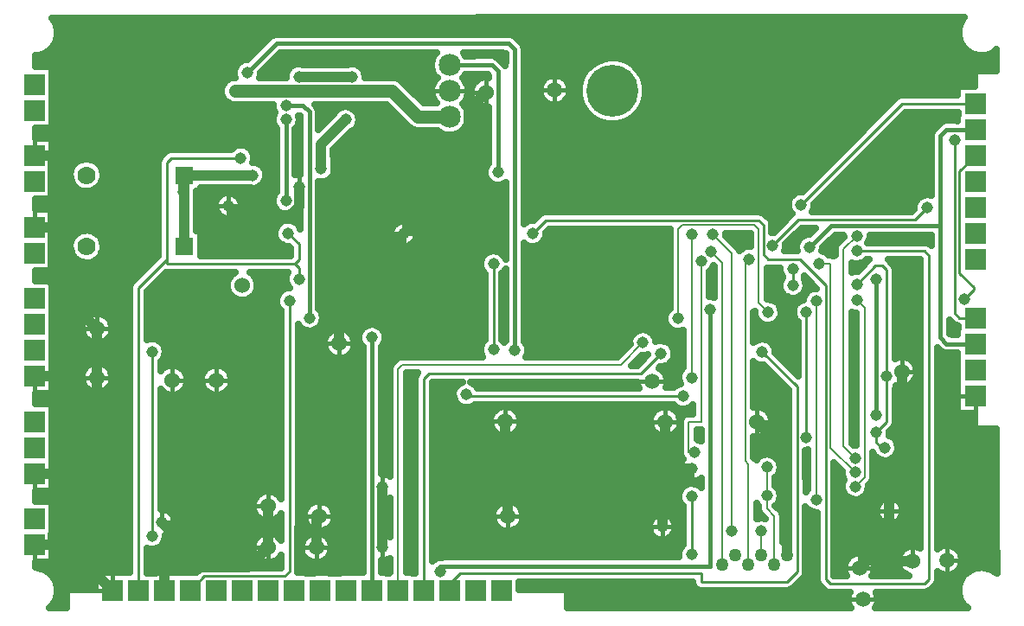
<source format=gbr>
G04 DipTrace 1.50*
%INBottom.gbr*%
%MOIN*%
%ADD10C,0.01*%
%ADD11C,0.005*%
%ADD12C,0.003*%
%ADD13C,0.008*%
%ADD14C,0.016*%
%ADD15C,0.039*%
%ADD16C,0.02*%
%ADD17C,0.032*%
%ADD18C,0.0098*%
%ADD19C,0.05*%
%ADD20C,0.06*%
%ADD21C,0.025*%
%ADD22C,0.015*%
%ADD23R,0.045X0.05*%
%ADD24R,0.05X0.045*%
%ADD25R,0.045X0.06*%
%ADD26R,0.06X0.045*%
%ADD27C,0.07*%
%ADD28R,0.07X0.07*%
%ADD29R,0.08X0.08*%
%ADD30C,0.0591*%
%ADD31R,0.032X0.032*%
%ADD32C,0.085*%
%ADD33C,0.2*%
%ADD34R,0.0335X0.0197*%
%ADD35R,0.11X0.085*%
%ADD36R,0.05X0.025*%
%ADD37R,0.06X0.025*%
%ADD38R,0.084X0.03*%
%ADD39R,0.0689X0.0197*%
%ADD40R,0.0787X0.0197*%
%ADD41R,0.0197X0.0689*%
%ADD42R,0.0197X0.0787*%
%ADD43C,0.045*%
%ADD44C,0.115*%
%ADD45C,0.035*%
%ADD46C,0.0354*%
%ADD47C,0.055*%
%ADD48R,0.0297X0.0887*%
%ADD49R,0.0097X0.0687*%
%ADD50R,0.0297X0.0789*%
%ADD51R,0.0097X0.0589*%
%ADD52R,0.0887X0.0297*%
%ADD53R,0.0687X0.0097*%
%ADD54R,0.0789X0.0297*%
%ADD55R,0.0589X0.0097*%
%ADD56R,0.094X0.04*%
%ADD57R,0.074X0.02*%
%ADD58R,0.07X0.035*%
%ADD59R,0.05X0.015*%
%ADD60R,0.06X0.035*%
%ADD61R,0.04X0.015*%
%ADD62R,0.12X0.095*%
%ADD63R,0.1X0.075*%
%ADD64R,0.0435X0.0297*%
%ADD65R,0.0235X0.0097*%
%ADD66C,0.21*%
%ADD67C,0.19*%
%ADD68C,0.095*%
%ADD69C,0.075*%
%ADD70R,0.042X0.042*%
%ADD71R,0.022X0.022*%
%ADD72C,0.07*%
%ADD73C,0.0691*%
%ADD74C,0.0491*%
%ADD75C,0.04*%
%ADD76R,0.09X0.09*%
%ADD77R,0.06X0.06*%
%ADD78C,0.08*%
%ADD79C,0.06*%
%ADD80R,0.07X0.055*%
%ADD81R,0.05X0.035*%
%ADD82R,0.055X0.07*%
%ADD83R,0.035X0.05*%
%ADD84R,0.06X0.055*%
%ADD85R,0.04X0.035*%
%ADD86R,0.055X0.06*%
%ADD87R,0.035X0.04*%
%ADD88C,0.0087*%
%FSLAX44Y44*%
%SFA1B1*%
%OFA0B0*%
G04*
G70*
G90*
G75*
G01*
%LNBottom*%
%LPD*%
X36621Y9540D2*
D13*
X35661Y10500D1*
Y17600D1*
X35221D1*
X33221Y9740D2*
Y8640D1*
X30421Y10320D2*
D3*
X33221Y8640D2*
Y8140D1*
X33501Y7860D1*
Y6000D1*
X30420Y10320D2*
X30201D1*
Y11490D1*
X30681D1*
Y17680D1*
X9520Y7080D2*
D10*
Y14200D1*
X40461Y22361D2*
Y15680D1*
X40641Y15500D1*
X41251D1*
Y23751D2*
X38431D1*
X34541Y19860D1*
X41251Y14500D2*
D14*
X40141D1*
X39901Y14740D1*
Y19060D1*
X35701D1*
X34861Y18220D1*
X39901Y14740D2*
Y22511D1*
X40141Y22751D1*
X41251D1*
X40821Y16220D2*
D10*
X41181Y16580D1*
Y16680D1*
X40641Y17220D1*
Y21140D1*
X41251Y21750D1*
X33441Y18300D2*
X34421Y19280D1*
X38941D1*
X39401Y19740D1*
X35121Y8500D2*
D13*
Y16140D1*
X18000Y14740D2*
D14*
Y5000D1*
X28441Y14540D2*
D13*
X27591Y13690D1*
X19170D1*
X19000Y13520D1*
Y5000D1*
X29141Y14120D2*
D10*
X28361Y13340D1*
X20180D1*
X20000Y13160D1*
Y5000D1*
X33041Y14180D2*
X34381Y12840D1*
Y5720D1*
X33981Y5320D1*
X30691D1*
Y5660D1*
X21380D1*
X20720Y5000D1*
X21000D1*
X36621Y9000D2*
D13*
X36981Y9360D1*
Y15880D1*
X36681Y16180D1*
X31041Y15820D2*
D14*
Y5920D1*
X20640D1*
Y5720D1*
X9880Y7620D2*
D15*
X10480Y7020D1*
Y6040D1*
X10640Y5880D1*
X13230D1*
X13990Y6640D1*
X36781Y5860D2*
X37521Y6600D1*
X37781D1*
X38261Y6120D1*
X38841D1*
X5000Y6750D2*
X5680D1*
Y7140D1*
X5860Y7320D1*
Y9500D1*
X6020Y9660D1*
Y13250D1*
X5000D1*
X6020Y9660D2*
Y12180D1*
X7400D1*
Y13200D1*
X29301Y11500D2*
Y10160D1*
X29781Y9680D1*
X30321D1*
X12960Y19320D2*
X14720D1*
X15200Y19800D1*
Y20520D1*
X37941Y8060D2*
Y8580D1*
X22401Y24201D2*
X21720Y23521D1*
Y21240D1*
X19220Y18740D1*
X5860Y9500D2*
X5000D1*
X18400Y6640D2*
Y8980D1*
X15850Y6640D2*
Y7740D1*
X15970Y7860D1*
X23141Y11520D2*
Y10040D1*
X23241Y9940D1*
Y7860D1*
X38421Y13420D2*
Y9060D1*
X37941Y8580D1*
X34001Y6350D2*
Y10320D1*
X32821Y11500D1*
X10000Y5000D2*
Y6040D1*
X10480D1*
X8000Y5000D2*
X6250Y6750D1*
X5680D1*
X7400Y15100D2*
X5680Y16820D1*
Y19000D1*
X5000D1*
X13990Y6640D2*
Y8240D1*
X5000Y21750D2*
X5680D1*
Y16820D1*
X7400Y13200D2*
Y15100D1*
X30321Y9680D2*
X29181Y8540D1*
Y7440D1*
X15180Y20540D2*
X15200Y20520D1*
X14720Y19320D2*
X12960D1*
X12460Y19820D1*
X12960Y19320D1*
X37941Y8060D2*
Y6760D1*
X37781Y6600D1*
X37941Y8580D2*
Y8060D1*
X19220Y18740D2*
X16740Y16260D1*
Y14520D1*
X15970Y7860D2*
D3*
X37441Y16980D2*
D14*
Y11740D1*
X31061Y18060D2*
D13*
X31501Y17620D1*
Y6000D1*
X31861Y17980D2*
Y7280D1*
X33001D2*
Y6350D1*
X31861Y7280D2*
Y17980D1*
X31121Y18720D1*
X31861Y17980D1*
X30321Y18720D2*
Y13200D1*
X29801Y15480D2*
Y18920D1*
X29961Y19080D1*
X32741D1*
X32901Y18920D1*
Y16080D1*
X33261Y15720D1*
X24200Y18760D2*
D10*
X24700Y19260D1*
X32901D1*
X33081Y19080D1*
Y17940D1*
X33261Y17760D1*
X34481D1*
X35481Y16760D1*
Y5420D1*
X35661Y5240D1*
X39281D1*
X39461Y5420D1*
Y17900D1*
X39281Y18080D1*
X36681D1*
X22680Y14280D2*
D18*
Y17580D1*
X17220Y24801D2*
D15*
X15200D1*
X22861Y21120D2*
D14*
Y25011D1*
X22621Y25251D1*
X21000D1*
X14680Y23141D2*
Y20020D1*
X23501Y14240D2*
Y25841D1*
X23261Y26081D1*
X14320D1*
X13200Y24961D1*
X15580Y15500D2*
Y23441D1*
X15340Y23681D1*
X14680D1*
X12720Y24241D2*
D19*
X18770D1*
X19760Y23251D1*
X21000D1*
X36621Y10080D2*
D13*
X36161Y10540D1*
Y18140D1*
X36681Y18660D1*
X21640Y12540D2*
D10*
Y12480D1*
X30001D1*
X14820Y16160D2*
Y5720D1*
X14640Y5540D1*
X11540D1*
X11000Y5000D1*
X32501Y9860D2*
D13*
X32381Y9980D1*
Y17600D1*
X32541Y17760D1*
X32381Y9980D2*
X32501Y9860D1*
Y6000D1*
Y9860D1*
X34741Y10900D2*
D10*
Y15720D1*
X12940Y21660D2*
X10260D1*
X10080Y21480D1*
Y17580D1*
X15020D1*
X15180Y17420D1*
Y17000D1*
X9000Y5000D2*
Y16660D1*
X10080Y17740D1*
Y17580D1*
X30321Y8620D2*
Y6380D1*
X34221Y16760D2*
Y17400D1*
X14760Y18760D2*
X15180Y18340D1*
Y17740D1*
X15020Y17580D1*
X37841Y13240D2*
Y17340D1*
X37661Y17520D1*
X37401D1*
X36681Y16800D1*
X37441Y11080D2*
X37841Y11480D1*
Y13240D1*
X37761Y10500D2*
X37631D1*
X37411Y10720D1*
Y11050D1*
X37441Y11080D1*
X10720Y20340D2*
D15*
Y20968D1*
X10752Y21000D1*
X10750D2*
Y18250D1*
X16980Y23141D2*
X16040Y22200D1*
Y21240D1*
X10750Y21000D2*
X13400D1*
X10752D2*
X10750D1*
D43*
X22680Y14280D3*
Y17580D3*
X37941Y8060D3*
X30321Y9680D3*
X18400Y6640D3*
Y8980D3*
X12460Y19820D3*
X29181Y7440D3*
X15180Y20540D3*
X19220Y18740D3*
X37441Y16980D3*
Y11740D3*
X31061Y18060D3*
X31121Y18720D3*
X31861Y7280D3*
X33001D3*
X30321Y18720D3*
Y13200D3*
X29801Y15480D3*
X33261Y15720D3*
X24200Y18760D3*
X36681Y18080D3*
X17220Y24801D3*
X15200D3*
X22861Y21120D3*
X14680Y23141D3*
Y20020D3*
X23501Y14240D3*
X13200Y24961D3*
X15580Y15500D3*
X14680Y23681D3*
X12720Y24241D3*
X36621Y10080D3*
X36681Y18660D3*
X21640Y12540D3*
X30001Y12480D3*
X14820Y16160D3*
X32541Y17760D3*
X34741Y10900D3*
Y15720D3*
X12940Y21660D3*
X36681Y16800D3*
X34221Y16760D3*
X37841Y13240D3*
X30321Y8620D3*
X14760Y18760D3*
X15180Y17000D3*
X37761Y10500D3*
X30321Y6380D3*
X34221Y17400D3*
X37441Y11080D3*
X10720Y20340D3*
X16980Y23141D3*
X13400Y21000D3*
X16040Y21240D3*
X36621Y9540D3*
X35221Y17600D3*
X30420Y10320D3*
X30681Y17680D3*
X33221Y9740D3*
Y8640D3*
X9520Y7080D3*
Y14200D3*
X34541Y19860D3*
X40461Y22361D3*
X34861Y18220D3*
X40821Y16220D3*
X33441Y18300D3*
X39401Y19740D3*
X35121Y8500D3*
Y16140D3*
X18000Y14740D3*
X28440Y14540D3*
X29140Y14120D3*
X33040Y14180D3*
X36621Y9000D3*
X36681Y16180D3*
X31041Y15820D3*
X20640Y5720D3*
X9880Y7620D3*
X5836Y26826D2*
D21*
X40661D1*
X5895Y26578D2*
X40603D1*
X5883Y26329D2*
X14040D1*
X23539D2*
X40618D1*
X5793Y26080D2*
X13794D1*
X23786D2*
X40708D1*
X5590Y25832D2*
X13544D1*
X23879D2*
X40911D1*
X5051Y25583D2*
X13294D1*
X14348D2*
X20361D1*
X22770D2*
X23122D1*
X23879D2*
X42052D1*
X5051Y25334D2*
X12845D1*
X14102D2*
X20279D1*
X23879D2*
X26564D1*
X27957D2*
X42052D1*
X5700Y25085D2*
X12693D1*
X13852D2*
X14763D1*
X17657D2*
X20294D1*
X23879D2*
X26271D1*
X28246D2*
X42052D1*
X5700Y24837D2*
X12693D1*
X13711D2*
X14677D1*
X17743D2*
X20411D1*
X21590D2*
X22482D1*
X23879D2*
X24892D1*
X25188D2*
X26103D1*
X28418D2*
X41200D1*
X5700Y24588D2*
X12302D1*
X19192D2*
X20361D1*
X21637D2*
X21950D1*
X23879D2*
X24536D1*
X25543D2*
X26005D1*
X28516D2*
X41200D1*
X5700Y24339D2*
X12181D1*
X19438D2*
X20282D1*
X21719D2*
X21818D1*
X23879D2*
X24446D1*
X25633D2*
X25962D1*
X28555D2*
X40552D1*
X5700Y24091D2*
X12193D1*
X19688D2*
X20294D1*
X21707D2*
X21810D1*
X23879D2*
X24478D1*
X25602D2*
X25970D1*
X28551D2*
X40552D1*
X5700Y23842D2*
X12353D1*
X19938D2*
X20407D1*
X21594D2*
X21927D1*
X23879D2*
X24650D1*
X25430D2*
X26029D1*
X28493D2*
X38036D1*
X5700Y23593D2*
X14161D1*
X15926D2*
X16743D1*
X17215D2*
X18650D1*
X21633D2*
X22482D1*
X23879D2*
X26142D1*
X28379D2*
X37790D1*
X5700Y23345D2*
X14200D1*
X15961D2*
X16493D1*
X17461D2*
X18900D1*
X21719D2*
X22482D1*
X23879D2*
X26337D1*
X28184D2*
X37540D1*
X38508D2*
X40552D1*
X5700Y23096D2*
X14157D1*
X15961D2*
X16247D1*
X17504D2*
X19150D1*
X21707D2*
X22482D1*
X23879D2*
X26693D1*
X27829D2*
X37290D1*
X38262D2*
X40036D1*
X5700Y22847D2*
X14251D1*
X15110D2*
X15199D1*
X17411D2*
X19400D1*
X21598D2*
X22482D1*
X23879D2*
X37044D1*
X38012D2*
X39712D1*
X5051Y22599D2*
X14302D1*
X15059D2*
X15200D1*
X17129D2*
X20720D1*
X21282D2*
X22482D1*
X23879D2*
X36794D1*
X37762D2*
X39532D1*
X5700Y22350D2*
X14302D1*
X15059D2*
X15200D1*
X16879D2*
X22482D1*
X23879D2*
X36544D1*
X37516D2*
X39521D1*
X5700Y22101D2*
X12681D1*
X13200D2*
X14302D1*
X15059D2*
X15200D1*
X16629D2*
X22482D1*
X23879D2*
X36298D1*
X37266D2*
X39521D1*
X5700Y21853D2*
X9966D1*
X13426D2*
X14302D1*
X15059D2*
X15200D1*
X16536D2*
X22482D1*
X23879D2*
X36048D1*
X37016D2*
X39521D1*
X5700Y21604D2*
X6814D1*
X7184D2*
X9755D1*
X13461D2*
X14302D1*
X15059D2*
X15200D1*
X16536D2*
X22482D1*
X23879D2*
X35798D1*
X36770D2*
X39521D1*
X5700Y21355D2*
X6462D1*
X7539D2*
X9732D1*
X13778D2*
X14302D1*
X15059D2*
X15200D1*
X16551D2*
X22396D1*
X23879D2*
X35552D1*
X36520D2*
X39521D1*
X5700Y21106D2*
X6361D1*
X7641D2*
X9732D1*
X13914D2*
X14302D1*
X15059D2*
X15200D1*
X16547D2*
X22337D1*
X23879D2*
X35302D1*
X36270D2*
X39521D1*
X5700Y20858D2*
X6368D1*
X7633D2*
X9732D1*
X13903D2*
X14302D1*
X16387D2*
X22411D1*
X23879D2*
X35052D1*
X36024D2*
X39521D1*
X5700Y20609D2*
X6486D1*
X7512D2*
X9732D1*
X13735D2*
X14302D1*
X15961D2*
X23122D1*
X23879D2*
X34806D1*
X35774D2*
X39521D1*
X5700Y20360D2*
X9732D1*
X11246D2*
X14290D1*
X15961D2*
X23122D1*
X23879D2*
X34556D1*
X35524D2*
X39521D1*
X5700Y20112D2*
X9732D1*
X11246D2*
X12029D1*
X12891D2*
X14165D1*
X15961D2*
X23122D1*
X23879D2*
X34083D1*
X35278D2*
X39040D1*
X5051Y19863D2*
X9732D1*
X11246D2*
X11939D1*
X12985D2*
X14181D1*
X15961D2*
X23122D1*
X23879D2*
X34017D1*
X35067D2*
X38892D1*
X5700Y19614D2*
X9732D1*
X11246D2*
X11982D1*
X12942D2*
X14364D1*
X14996D2*
X15200D1*
X15961D2*
X23122D1*
X23879D2*
X34079D1*
X35000D2*
X38790D1*
X5700Y19366D2*
X9732D1*
X11246D2*
X12228D1*
X12692D2*
X15200D1*
X15961D2*
X23122D1*
X23879D2*
X24321D1*
X33282D2*
X34021D1*
X5700Y19117D2*
X9732D1*
X11246D2*
X14384D1*
X15961D2*
X18868D1*
X19575D2*
X23122D1*
X33430D2*
X33775D1*
X5700Y18868D2*
X6884D1*
X7114D2*
X9732D1*
X11403D2*
X14247D1*
X15961D2*
X18712D1*
X19727D2*
X23122D1*
X24793D2*
X29462D1*
X33430D2*
X33526D1*
X34493D2*
X34982D1*
X5700Y18620D2*
X6470D1*
X7528D2*
X9732D1*
X11403D2*
X14255D1*
X15961D2*
X18712D1*
X19731D2*
X23122D1*
X24704D2*
X29462D1*
X31692D2*
X32560D1*
X34243D2*
X34536D1*
X35786D2*
X36157D1*
X37204D2*
X39521D1*
X5700Y18371D2*
X6361D1*
X7637D2*
X9732D1*
X11403D2*
X14423D1*
X15961D2*
X18861D1*
X19582D2*
X23122D1*
X24539D2*
X29462D1*
X31942D2*
X32560D1*
X33996D2*
X34361D1*
X35539D2*
X35923D1*
X5700Y18122D2*
X6364D1*
X7637D2*
X9732D1*
X11403D2*
X14829D1*
X15961D2*
X23122D1*
X23879D2*
X29462D1*
X33934D2*
X34345D1*
X35375D2*
X35821D1*
X5700Y17874D2*
X6478D1*
X7524D2*
X9728D1*
X15961D2*
X22251D1*
X23879D2*
X29462D1*
X5700Y17625D2*
X9482D1*
X15961D2*
X22157D1*
X23879D2*
X29462D1*
X36911D2*
X37023D1*
X38039D2*
X39111D1*
X5700Y17376D2*
X9232D1*
X15961D2*
X22200D1*
X23879D2*
X29462D1*
X33243D2*
X33696D1*
X36500D2*
X36771D1*
X38188D2*
X39111D1*
X5051Y17127D2*
X8982D1*
X9954D2*
X12540D1*
X13457D2*
X14673D1*
X15961D2*
X22329D1*
X23028D2*
X23123D1*
X23879D2*
X29462D1*
X31020D2*
X31159D1*
X33243D2*
X33779D1*
X38192D2*
X39111D1*
X5700Y16879D2*
X8736D1*
X9704D2*
X12415D1*
X13586D2*
X14669D1*
X15961D2*
X22329D1*
X23028D2*
X23123D1*
X23879D2*
X29462D1*
X31020D2*
X31159D1*
X33243D2*
X33712D1*
X34731D2*
X34875D1*
X38192D2*
X39111D1*
X5700Y16630D2*
X8650D1*
X9454D2*
X12411D1*
X13586D2*
X14626D1*
X15961D2*
X22329D1*
X23028D2*
X23123D1*
X23879D2*
X29462D1*
X31020D2*
X31159D1*
X33243D2*
X33712D1*
X34727D2*
X34997D1*
X38192D2*
X39111D1*
X5700Y16381D2*
X8650D1*
X9352D2*
X12532D1*
X13465D2*
X14349D1*
X15961D2*
X22329D1*
X23028D2*
X23123D1*
X23879D2*
X29462D1*
X31020D2*
X31159D1*
X33243D2*
X33868D1*
X34571D2*
X34658D1*
X38192D2*
X39111D1*
X5700Y16133D2*
X8650D1*
X9352D2*
X14298D1*
X15961D2*
X22329D1*
X23028D2*
X23123D1*
X23879D2*
X29462D1*
X33567D2*
X34435D1*
X38192D2*
X39111D1*
X5700Y15884D2*
X8650D1*
X9352D2*
X14380D1*
X15961D2*
X22329D1*
X23028D2*
X23123D1*
X23879D2*
X29462D1*
X33758D2*
X34243D1*
X38192D2*
X39111D1*
X5700Y15635D2*
X7165D1*
X7633D2*
X8650D1*
X9352D2*
X14470D1*
X16086D2*
X22329D1*
X23028D2*
X23123D1*
X23879D2*
X29302D1*
X33778D2*
X34224D1*
X36500D2*
X36643D1*
X38192D2*
X39111D1*
X5700Y15387D2*
X6876D1*
X7922D2*
X8650D1*
X9352D2*
X14470D1*
X16090D2*
X22329D1*
X23028D2*
X23123D1*
X23879D2*
X29286D1*
X32719D2*
X32864D1*
X33657D2*
X34345D1*
X36500D2*
X36643D1*
X38192D2*
X39111D1*
X5700Y15138D2*
X6802D1*
X8000D2*
X8650D1*
X9352D2*
X14470D1*
X15950D2*
X17673D1*
X18329D2*
X22329D1*
X23028D2*
X23123D1*
X23879D2*
X29411D1*
X32719D2*
X34392D1*
X36500D2*
X36643D1*
X38192D2*
X39111D1*
X40282D2*
X40552D1*
X5700Y14889D2*
X6841D1*
X7961D2*
X8650D1*
X9352D2*
X14470D1*
X15168D2*
X16275D1*
X17207D2*
X17497D1*
X18504D2*
X22329D1*
X23028D2*
X23123D1*
X23879D2*
X28056D1*
X28821D2*
X29982D1*
X32719D2*
X34392D1*
X36500D2*
X36643D1*
X38192D2*
X39111D1*
X40282D2*
X40552D1*
X5700Y14641D2*
X7029D1*
X7770D2*
X8650D1*
X9782D2*
X14470D1*
X15168D2*
X16154D1*
X17329D2*
X17486D1*
X18516D2*
X22310D1*
X23879D2*
X27927D1*
X28954D2*
X29982D1*
X32719D2*
X32821D1*
X33258D2*
X34392D1*
X36500D2*
X36643D1*
X38192D2*
X39111D1*
X5700Y14392D2*
X8650D1*
X10008D2*
X14470D1*
X15168D2*
X16154D1*
X17325D2*
X17618D1*
X18383D2*
X22169D1*
X24000D2*
X27821D1*
X29586D2*
X29982D1*
X33516D2*
X34392D1*
X36500D2*
X36643D1*
X38192D2*
X39111D1*
X5700Y14143D2*
X8650D1*
X10043D2*
X14470D1*
X15168D2*
X16282D1*
X17200D2*
X17622D1*
X18379D2*
X22173D1*
X24016D2*
X27571D1*
X29664D2*
X29982D1*
X33563D2*
X34392D1*
X36500D2*
X36643D1*
X38192D2*
X39111D1*
X39809D2*
X40552D1*
X5700Y13895D2*
X8650D1*
X9942D2*
X14470D1*
X15168D2*
X17622D1*
X18379D2*
X18904D1*
X28266D2*
X28431D1*
X29610D2*
X29982D1*
X33813D2*
X34392D1*
X36500D2*
X36643D1*
X38770D2*
X39111D1*
X39809D2*
X40552D1*
X5700Y13646D2*
X7013D1*
X7789D2*
X8650D1*
X9871D2*
X10095D1*
X10504D2*
X11794D1*
X12204D2*
X14470D1*
X15168D2*
X17622D1*
X18379D2*
X18685D1*
X29325D2*
X29982D1*
X32719D2*
X33091D1*
X34059D2*
X34392D1*
X36500D2*
X36643D1*
X38973D2*
X39111D1*
X39809D2*
X40552D1*
X5700Y13397D2*
X6833D1*
X7965D2*
X8650D1*
X10817D2*
X11482D1*
X12516D2*
X14470D1*
X15168D2*
X17622D1*
X18379D2*
X18661D1*
X29270D2*
X29837D1*
X32719D2*
X33341D1*
X34309D2*
X34391D1*
X36500D2*
X36643D1*
X39020D2*
X39114D1*
X39809D2*
X40552D1*
X5700Y13148D2*
X6802D1*
X7996D2*
X8650D1*
X10899D2*
X11404D1*
X12598D2*
X14470D1*
X15168D2*
X17622D1*
X18379D2*
X18661D1*
X19340D2*
X19650D1*
X29383D2*
X29798D1*
X32719D2*
X33587D1*
X36500D2*
X36643D1*
X38954D2*
X39111D1*
X39809D2*
X40552D1*
X5700Y12900D2*
X6884D1*
X7914D2*
X8650D1*
X10864D2*
X11435D1*
X12563D2*
X14470D1*
X15168D2*
X17622D1*
X18379D2*
X18661D1*
X19340D2*
X19650D1*
X20352D2*
X21267D1*
X22012D2*
X28224D1*
X29379D2*
X29704D1*
X32719D2*
X33837D1*
X36500D2*
X36643D1*
X38688D2*
X39111D1*
X39809D2*
X40552D1*
X5700Y12651D2*
X7204D1*
X7594D2*
X8650D1*
X10684D2*
X11614D1*
X12383D2*
X14470D1*
X15168D2*
X17622D1*
X18379D2*
X18661D1*
X19340D2*
X19650D1*
X20352D2*
X21126D1*
X32719D2*
X34032D1*
X36500D2*
X36643D1*
X38192D2*
X39111D1*
X39809D2*
X40552D1*
X5051Y12402D2*
X8650D1*
X9871D2*
X14470D1*
X15168D2*
X17622D1*
X18379D2*
X18661D1*
X19340D2*
X19650D1*
X20352D2*
X21134D1*
X32719D2*
X34032D1*
X36500D2*
X36643D1*
X38192D2*
X39111D1*
X39809D2*
X40552D1*
X5700Y12154D2*
X8650D1*
X9871D2*
X14470D1*
X15168D2*
X17622D1*
X18379D2*
X18661D1*
X19340D2*
X19650D1*
X20352D2*
X21298D1*
X21981D2*
X29599D1*
X32719D2*
X34032D1*
X36500D2*
X36643D1*
X38192D2*
X39111D1*
X39809D2*
X40552D1*
X5700Y11905D2*
X8650D1*
X9871D2*
X14470D1*
X15168D2*
X17622D1*
X18379D2*
X18661D1*
X19340D2*
X19650D1*
X20352D2*
X22689D1*
X23590D2*
X28868D1*
X29735D2*
X30341D1*
X33254D2*
X34032D1*
X36500D2*
X36643D1*
X38192D2*
X39111D1*
X39809D2*
X40552D1*
X5700Y11656D2*
X8650D1*
X9871D2*
X14470D1*
X15168D2*
X17622D1*
X18379D2*
X18661D1*
X19340D2*
X19650D1*
X20352D2*
X22556D1*
X23723D2*
X28720D1*
X33399D2*
X34032D1*
X36500D2*
X36643D1*
X38192D2*
X39111D1*
X39809D2*
X41200D1*
X5700Y11408D2*
X8650D1*
X9871D2*
X14470D1*
X15168D2*
X17622D1*
X18379D2*
X18661D1*
X19340D2*
X19650D1*
X20352D2*
X22552D1*
X23727D2*
X28708D1*
X33411D2*
X34032D1*
X36500D2*
X36643D1*
X38184D2*
X39111D1*
X39809D2*
X41200D1*
X5700Y11159D2*
X8650D1*
X9871D2*
X14470D1*
X15168D2*
X17622D1*
X18379D2*
X18661D1*
X19340D2*
X19650D1*
X20352D2*
X22669D1*
X23614D2*
X28814D1*
X30539D2*
X30661D1*
X33309D2*
X34032D1*
X36500D2*
X36643D1*
X38004D2*
X39111D1*
X39809D2*
X42052D1*
X5700Y10910D2*
X8650D1*
X9871D2*
X14470D1*
X15168D2*
X17622D1*
X18379D2*
X18661D1*
X19340D2*
X19650D1*
X20352D2*
X29861D1*
X30539D2*
X30661D1*
X32719D2*
X34032D1*
X36500D2*
X36643D1*
X38071D2*
X39111D1*
X39809D2*
X42052D1*
X5700Y10662D2*
X8650D1*
X9871D2*
X14470D1*
X15168D2*
X17622D1*
X18379D2*
X18661D1*
X19340D2*
X19650D1*
X20352D2*
X29861D1*
X32719D2*
X34032D1*
X36508D2*
X36638D1*
X38258D2*
X39111D1*
X39809D2*
X42052D1*
X5700Y10413D2*
X8650D1*
X9871D2*
X14470D1*
X15168D2*
X17622D1*
X18379D2*
X18661D1*
X19340D2*
X19650D1*
X20352D2*
X29861D1*
X32719D2*
X34032D1*
X38278D2*
X39111D1*
X39809D2*
X42052D1*
X5700Y10164D2*
X8650D1*
X9871D2*
X14470D1*
X15168D2*
X17622D1*
X18379D2*
X18661D1*
X19340D2*
X19650D1*
X20352D2*
X29904D1*
X32719D2*
X32931D1*
X33512D2*
X34032D1*
X38157D2*
X39111D1*
X39809D2*
X42052D1*
X5700Y9916D2*
X8650D1*
X9871D2*
X14470D1*
X15168D2*
X17622D1*
X18379D2*
X18661D1*
X19340D2*
X19650D1*
X20352D2*
X29857D1*
X33715D2*
X34032D1*
X37321D2*
X39111D1*
X39809D2*
X42052D1*
X5700Y9667D2*
X8650D1*
X9871D2*
X14470D1*
X15168D2*
X17622D1*
X18379D2*
X18661D1*
X19340D2*
X19650D1*
X20352D2*
X29794D1*
X33739D2*
X34032D1*
X35832D2*
X36025D1*
X37321D2*
X39111D1*
X39809D2*
X42052D1*
X5700Y9418D2*
X8650D1*
X9871D2*
X14470D1*
X15168D2*
X17622D1*
X19340D2*
X19650D1*
X20352D2*
X29868D1*
X33629D2*
X34032D1*
X35832D2*
X36111D1*
X37321D2*
X39111D1*
X39809D2*
X42052D1*
X5700Y9169D2*
X8650D1*
X9871D2*
X14470D1*
X15168D2*
X17622D1*
X19340D2*
X19650D1*
X20352D2*
X30661D1*
X33559D2*
X34032D1*
X35832D2*
X36126D1*
X37258D2*
X39111D1*
X39809D2*
X42052D1*
X5700Y8921D2*
X8650D1*
X9871D2*
X14470D1*
X15168D2*
X17622D1*
X19340D2*
X19650D1*
X20352D2*
X29896D1*
X33661D2*
X34032D1*
X35832D2*
X36103D1*
X37141D2*
X39111D1*
X39809D2*
X42052D1*
X5051Y8672D2*
X8650D1*
X9871D2*
X13587D1*
X15168D2*
X17622D1*
X19340D2*
X19650D1*
X20352D2*
X29798D1*
X33746D2*
X34032D1*
X35832D2*
X36220D1*
X37024D2*
X39111D1*
X39809D2*
X42052D1*
X5700Y8423D2*
X8650D1*
X9871D2*
X13419D1*
X15168D2*
X15829D1*
X16110D2*
X17622D1*
X18379D2*
X18661D1*
X19340D2*
X19650D1*
X20352D2*
X23103D1*
X23379D2*
X29837D1*
X33696D2*
X34032D1*
X35832D2*
X37571D1*
X38309D2*
X39111D1*
X39809D2*
X42052D1*
X5700Y8175D2*
X8650D1*
X9871D2*
X13396D1*
X15168D2*
X15462D1*
X16477D2*
X17622D1*
X18379D2*
X18661D1*
X19340D2*
X19650D1*
X20352D2*
X22736D1*
X23746D2*
X29970D1*
X33657D2*
X34032D1*
X35832D2*
X37431D1*
X38454D2*
X39111D1*
X39809D2*
X42052D1*
X5700Y7926D2*
X8650D1*
X10301D2*
X13482D1*
X15168D2*
X15372D1*
X16567D2*
X17622D1*
X18379D2*
X18661D1*
X19340D2*
X19650D1*
X20352D2*
X22646D1*
X23836D2*
X29040D1*
X29325D2*
X29970D1*
X32840D2*
X32966D1*
X33832D2*
X34032D1*
X34731D2*
X35130D1*
X35832D2*
X37435D1*
X38446D2*
X39111D1*
X39809D2*
X42052D1*
X5700Y7677D2*
X8650D1*
X10403D2*
X13849D1*
X14133D2*
X14470D1*
X15168D2*
X15400D1*
X16539D2*
X17622D1*
X18379D2*
X18661D1*
X19340D2*
X19650D1*
X20352D2*
X22669D1*
X23809D2*
X28716D1*
X29645D2*
X29970D1*
X33840D2*
X34032D1*
X34731D2*
X35130D1*
X35832D2*
X37595D1*
X38286D2*
X39111D1*
X39809D2*
X42052D1*
X5700Y7429D2*
X8650D1*
X10368D2*
X14470D1*
X15168D2*
X15564D1*
X16375D2*
X17622D1*
X18379D2*
X18661D1*
X19340D2*
X19650D1*
X20352D2*
X22833D1*
X23645D2*
X28657D1*
X29704D2*
X29970D1*
X33840D2*
X34032D1*
X34731D2*
X35130D1*
X35832D2*
X39111D1*
X39809D2*
X42052D1*
X5700Y7180D2*
X8650D1*
X10141D2*
X13767D1*
X14211D2*
X14470D1*
X15168D2*
X15626D1*
X16071D2*
X17622D1*
X18379D2*
X18661D1*
X19340D2*
X19650D1*
X20352D2*
X28728D1*
X29633D2*
X29970D1*
X33840D2*
X34032D1*
X34731D2*
X35130D1*
X35832D2*
X39111D1*
X39809D2*
X42052D1*
X5700Y6931D2*
X8650D1*
X10024D2*
X13470D1*
X15168D2*
X15329D1*
X16371D2*
X17622D1*
X19340D2*
X19650D1*
X20352D2*
X29970D1*
X33840D2*
X34032D1*
X34731D2*
X35130D1*
X35832D2*
X39111D1*
X39809D2*
X42052D1*
X5700Y6683D2*
X8650D1*
X9848D2*
X13392D1*
X15168D2*
X15252D1*
X16450D2*
X17622D1*
X19340D2*
X19650D1*
X20352D2*
X29900D1*
X34731D2*
X35130D1*
X35832D2*
X38696D1*
X38985D2*
X39111D1*
X39809D2*
X39907D1*
X40414D2*
X42052D1*
X5700Y6434D2*
X8650D1*
X9352D2*
X13427D1*
X15168D2*
X15286D1*
X16411D2*
X17622D1*
X19340D2*
X19650D1*
X20352D2*
X29798D1*
X34731D2*
X35130D1*
X35832D2*
X38333D1*
X40684D2*
X42052D1*
X5700Y6185D2*
X8650D1*
X9352D2*
X13614D1*
X14368D2*
X14474D1*
X15168D2*
X15474D1*
X16227D2*
X17622D1*
X19340D2*
X19650D1*
X34731D2*
X35130D1*
X35832D2*
X36282D1*
X37278D2*
X38243D1*
X40754D2*
X42052D1*
X5051Y5937D2*
X8650D1*
X9352D2*
X14470D1*
X15168D2*
X17622D1*
X18379D2*
X18661D1*
X19340D2*
X19650D1*
X34731D2*
X35130D1*
X35832D2*
X36185D1*
X37375D2*
X38271D1*
X40711D2*
X42052D1*
X5567Y5688D2*
X8650D1*
X9352D2*
X11204D1*
X15168D2*
X17622D1*
X18379D2*
X18661D1*
X19340D2*
X19650D1*
X34731D2*
X35130D1*
X35832D2*
X36208D1*
X37352D2*
X38435D1*
X40504D2*
X40935D1*
X5782Y5439D2*
X7302D1*
X34586D2*
X35130D1*
X39809D2*
X40720D1*
X5879Y5190D2*
X7302D1*
X23700D2*
X30368D1*
X34336D2*
X35228D1*
X39715D2*
X40622D1*
X5899Y4942D2*
X6200D1*
X25551D2*
X35509D1*
X39434D2*
X40603D1*
X5844Y4693D2*
X6200D1*
X25551D2*
X36325D1*
X37512D2*
X40657D1*
X5700Y4444D2*
X6200D1*
X25551D2*
X36361D1*
X37481D2*
X40798D1*
X7613Y20876D2*
X7576Y20757D1*
X7516Y20647D1*
X7435Y20552D1*
X7338Y20474D1*
X7226Y20417D1*
X7106Y20384D1*
X6982Y20375D1*
X6858Y20391D1*
X6740Y20432D1*
X6632Y20495D1*
X6539Y20578D1*
X6464Y20678D1*
X6411Y20791D1*
X6381Y20912D1*
X6376Y21036D1*
X6396Y21160D1*
X6440Y21277D1*
X6506Y21382D1*
X6591Y21473D1*
X6694Y21545D1*
X6808Y21595D1*
X6930Y21621D1*
X7055Y21623D1*
X7177Y21599D1*
X7293Y21552D1*
X7397Y21483D1*
X7485Y21395D1*
X7553Y21290D1*
X7600Y21175D1*
X7625Y21000D1*
X7613Y20876D1*
X11377Y20527D2*
Y20375D1*
X11217D1*
X11220Y20000D1*
Y18872D1*
X11377Y18875D1*
Y17902D1*
X12330Y17905D1*
X14858D1*
X14855Y18205D1*
X14796Y18262D1*
X14671Y18268D1*
X14552Y18306D1*
X14446Y18371D1*
X14360Y18461D1*
X14298Y18570D1*
X14265Y18690D1*
X14263Y18815D1*
X14292Y18936D1*
X14350Y19046D1*
X14433Y19139D1*
X14537Y19208D1*
X14655Y19249D1*
X14779Y19260D1*
X14902Y19240D1*
X15016Y19190D1*
X15115Y19113D1*
X15191Y19015D1*
X15226Y18932D1*
X15225Y20043D1*
X15180Y20037D1*
X15165Y19897D1*
X15119Y19781D1*
X15046Y19680D1*
X14950Y19600D1*
X14838Y19546D1*
X14716Y19522D1*
X14591Y19528D1*
X14472Y19566D1*
X14366Y19631D1*
X14280Y19721D1*
X14218Y19830D1*
X14185Y19950D1*
X14183Y20075D1*
X14212Y20196D1*
X14270Y20306D1*
X14325Y20367D1*
Y22790D1*
X14280Y22841D1*
X14218Y22950D1*
X14185Y23070D1*
X14183Y23195D1*
X14212Y23316D1*
X14261Y23409D1*
X14218Y23490D1*
X14185Y23610D1*
X14184Y23715D1*
X12720D1*
X12596Y23730D1*
X12480Y23774D1*
X12376Y23844D1*
X12292Y23936D1*
X12233Y24046D1*
X12201Y24166D1*
X12198Y24291D1*
X12224Y24413D1*
X12279Y24525D1*
X12358Y24621D1*
X12458Y24695D1*
X12573Y24744D1*
X12740Y24766D1*
X12705Y24890D1*
X12703Y25015D1*
X12732Y25136D1*
X12790Y25246D1*
X12873Y25339D1*
X12977Y25408D1*
X13095Y25449D1*
X13200Y25459D1*
X13921Y26184D1*
X14069Y26332D1*
X14171Y26403D1*
X14320Y26436D1*
X23261D1*
X23383Y26414D1*
X23512Y26332D1*
X23752Y26092D1*
X23823Y25990D1*
X23856Y25841D1*
Y19126D1*
X23977Y19207D1*
X24095Y19249D1*
X24238Y19256D1*
X24471Y19490D1*
X24574Y19560D1*
X24700Y19585D1*
X32901D1*
X33023Y19562D1*
X33131Y19490D1*
X33311Y19310D1*
X33380Y19207D1*
X33406Y19080D1*
Y18795D1*
X33479Y18797D1*
X34187Y19507D1*
X34140Y19561D1*
X34079Y19670D1*
X34046Y19790D1*
X34044Y19915D1*
X34073Y20036D1*
X34131Y20146D1*
X34214Y20239D1*
X34318Y20308D1*
X34435Y20349D1*
X34579Y20357D1*
X38201Y23980D1*
X38304Y24050D1*
X38431Y24076D1*
X40575D1*
Y24425D1*
X41227D1*
X41225Y25025D1*
X42073D1*
X42075Y25845D1*
X41973Y25764D1*
X41863Y25704D1*
X41746Y25660D1*
X41624Y25634D1*
X41499Y25625D1*
X41375Y25634D1*
X41253Y25661D1*
X41136Y25704D1*
X41026Y25764D1*
X40926Y25839D1*
X40838Y25928D1*
X40763Y26028D1*
X40704Y26137D1*
X40660Y26254D1*
X40634Y26377D1*
X40625Y26501D1*
X40634Y26626D1*
X40661Y26748D1*
X40705Y26865D1*
X40765Y26974D1*
X40842Y27077D1*
X38075Y27075D1*
X5663Y27072D1*
X5737Y26971D1*
X5797Y26862D1*
X5840Y26744D1*
X5866Y26622D1*
X5875Y26500D1*
X5866Y26375D1*
X5840Y26253D1*
X5796Y26136D1*
X5736Y26027D1*
X5661Y25927D1*
X5573Y25839D1*
X5473Y25764D1*
X5363Y25704D1*
X5246Y25660D1*
X5124Y25634D1*
X5027Y25627D1*
X5025Y25177D1*
X5675Y25175D1*
X5671Y23825D1*
X5675Y23550D1*
Y22825D1*
X5023D1*
X5025Y22425D1*
X5675D1*
Y20075D1*
X5023D1*
X5025Y19675D1*
X5675D1*
Y17325D1*
X5023D1*
X5025Y16927D1*
X5675Y16925D1*
X5671Y15575D1*
X5675Y15300D1*
X5671Y14575D1*
X5675Y14300D1*
X5671Y13575D1*
X5675Y13525D1*
Y12575D1*
X5024D1*
Y12177D1*
X5675Y12175D1*
X5671Y10825D1*
X5675Y10550D1*
X5671Y9825D1*
X5675Y9775D1*
Y8825D1*
X5024D1*
Y8427D1*
X5675Y8425D1*
X5671Y7075D1*
X5675Y7025D1*
Y6075D1*
X5024D1*
Y5873D1*
X5126Y5866D1*
X5248Y5839D1*
X5365Y5795D1*
X5475Y5735D1*
X5574Y5660D1*
X5663Y5572D1*
X5737Y5471D1*
X5797Y5362D1*
X5840Y5244D1*
X5866Y5122D1*
X5875Y5000D1*
X5866Y4875D1*
X5840Y4753D1*
X5796Y4636D1*
X5736Y4527D1*
X5661Y4427D1*
X5557Y4327D1*
X6227Y4325D1*
X6225Y5025D1*
X7325D1*
Y5675D1*
X8675D1*
Y16660D1*
X8699Y16782D1*
X8770Y16890D1*
X9756Y17876D1*
X9755Y21480D1*
X9779Y21602D1*
X9850Y21710D1*
X10030Y21890D1*
X10133Y21960D1*
X10260Y21985D1*
X12561D1*
X12613Y22039D1*
X12717Y22108D1*
X12835Y22149D1*
X12959Y22160D1*
X13082Y22140D1*
X13196Y22090D1*
X13295Y22013D1*
X13371Y21915D1*
X13420Y21800D1*
X13440Y21660D1*
X13425Y21537D1*
X13409Y21497D1*
X13542Y21480D1*
X13656Y21430D1*
X13755Y21353D1*
X13831Y21255D1*
X13880Y21140D1*
X13900Y21000D1*
X13885Y20877D1*
X13839Y20761D1*
X13766Y20660D1*
X13670Y20580D1*
X13558Y20526D1*
X13436Y20502D1*
X13311Y20508D1*
X13241Y20531D1*
X11381D1*
X7613Y18126D2*
X7576Y18007D1*
X7516Y17897D1*
X7435Y17802D1*
X7338Y17724D1*
X7226Y17667D1*
X7106Y17634D1*
X6982Y17625D1*
X6858Y17641D1*
X6740Y17682D1*
X6632Y17745D1*
X6539Y17828D1*
X6464Y17928D1*
X6411Y18041D1*
X6381Y18162D1*
X6376Y18286D1*
X6396Y18410D1*
X6440Y18527D1*
X6506Y18632D1*
X6591Y18723D1*
X6694Y18795D1*
X6808Y18845D1*
X6930Y18871D1*
X7055Y18873D1*
X7177Y18849D1*
X7293Y18802D1*
X7397Y18733D1*
X7485Y18645D1*
X7553Y18540D1*
X7600Y18425D1*
X7625Y18250D1*
X7613Y18126D1*
X40948Y4323D2*
X40838Y4428D1*
X40763Y4528D1*
X40704Y4637D1*
X40660Y4754D1*
X40634Y4877D1*
X40625Y5001D1*
X40634Y5126D1*
X40661Y5248D1*
X40705Y5365D1*
X40765Y5474D1*
X40840Y5574D1*
X40928Y5662D1*
X41028Y5737D1*
X41138Y5797D1*
X41255Y5840D1*
X41377Y5866D1*
X41502Y5875D1*
X41626Y5866D1*
X41748Y5839D1*
X41865Y5795D1*
X41975Y5735D1*
X42077Y5657D1*
X42075Y7450D1*
Y11227D1*
X41225Y11225D1*
Y11825D1*
X40575D1*
Y14149D1*
X40141Y14145D1*
X40019Y14167D1*
X39890Y14249D1*
X39788Y14351D1*
X39786Y9775D1*
Y6592D1*
X39885Y6659D1*
X40000Y6707D1*
X40123Y6729D1*
X40247Y6724D1*
X40368Y6691D1*
X40478Y6633D1*
X40574Y6553D1*
X40649Y6453D1*
X40701Y6340D1*
X40727Y6218D1*
Y6110D1*
X40704Y5988D1*
X40653Y5874D1*
X40579Y5773D1*
X40485Y5691D1*
X40375Y5632D1*
X40255Y5598D1*
X40131Y5590D1*
X40008Y5610D1*
X39892Y5657D1*
X39786Y5730D1*
Y5420D1*
X39762Y5298D1*
X39691Y5190D1*
X39511Y5010D1*
X39408Y4941D1*
X39281Y4915D1*
X37421Y4912D1*
X37468Y4796D1*
X37489Y4673D1*
X37485Y4565D1*
X37456Y4444D1*
X37400Y4332D1*
X37395Y4325D1*
X40946D1*
X9329Y5675D2*
X9675Y5671D1*
X9725Y5675D1*
X11220D1*
X11310Y5770D1*
X11413Y5839D1*
X11540Y5865D1*
X14497D1*
X14495Y6365D1*
X14415Y6253D1*
X14321Y6170D1*
X14212Y6110D1*
X14093Y6074D1*
X13968Y6065D1*
X13845Y6084D1*
X13728Y6128D1*
X13624Y6197D1*
X13537Y6286D1*
X13471Y6392D1*
X13430Y6510D1*
X13415Y6634D1*
X13427Y6758D1*
X13466Y6876D1*
X13529Y6984D1*
X13614Y7075D1*
X13717Y7146D1*
X13832Y7193D1*
X13955Y7214D1*
X14080Y7208D1*
X14200Y7175D1*
X14311Y7117D1*
X14406Y7037D1*
X14482Y6938D1*
X14496Y6914D1*
Y7966D1*
X14431Y7871D1*
X14342Y7785D1*
X14235Y7720D1*
X14117Y7679D1*
X13993Y7665D1*
X13869Y7678D1*
X13751Y7717D1*
X13644Y7781D1*
X13553Y7867D1*
X13483Y7970D1*
X13436Y8086D1*
X13416Y8209D1*
X13423Y8333D1*
X13456Y8453D1*
X13515Y8563D1*
X13596Y8658D1*
X13695Y8734D1*
X13809Y8786D1*
X13930Y8812D1*
X14055D1*
X14177Y8784D1*
X14290Y8731D1*
X14389Y8654D1*
X14469Y8559D1*
X14496Y8514D1*
Y15779D1*
X14420Y15861D1*
X14358Y15970D1*
X14325Y16090D1*
X14323Y16214D1*
X14352Y16336D1*
X14410Y16446D1*
X14493Y16539D1*
X14597Y16608D1*
X14715Y16649D1*
X14820Y16658D1*
X14780Y16701D1*
X14718Y16810D1*
X14685Y16930D1*
X14683Y17054D1*
X14712Y17176D1*
X14754Y17255D1*
X13278Y17253D1*
X13380Y17181D1*
X13464Y17089D1*
X13527Y16981D1*
X13564Y16862D1*
X13575Y16750D1*
X13561Y16626D1*
X13522Y16508D1*
X13457Y16401D1*
X13371Y16311D1*
X13267Y16241D1*
X13151Y16195D1*
X13028Y16176D1*
X12904Y16183D1*
X12784Y16217D1*
X12674Y16276D1*
X12579Y16358D1*
X12505Y16458D1*
X12453Y16572D1*
X12428Y16694D1*
X12429Y16818D1*
X12457Y16940D1*
X12511Y17053D1*
X12588Y17151D1*
X12684Y17230D1*
X12736Y17257D1*
X10076D1*
X10045Y17245D1*
X9324Y16524D1*
X9325Y14664D1*
X9415Y14689D1*
X9539Y14700D1*
X9662Y14680D1*
X9776Y14630D1*
X9874Y14553D1*
X9951Y14454D1*
X10000Y14340D1*
X10020Y14200D1*
X10005Y14077D1*
X9959Y13961D1*
X9886Y13859D1*
X9847Y13827D1*
X9845Y13454D1*
X9943Y13551D1*
X10049Y13617D1*
X10167Y13659D1*
X10290Y13675D1*
X10415Y13663D1*
X10533Y13625D1*
X10641Y13563D1*
X10733Y13478D1*
X10804Y13376D1*
X10852Y13261D1*
X10874Y13138D1*
X10870Y13025D1*
X10841Y12904D1*
X10786Y12792D1*
X10708Y12695D1*
X10611Y12616D1*
X10499Y12561D1*
X10378Y12530D1*
X10253Y12527D1*
X10131Y12550D1*
X10016Y12600D1*
X9915Y12673D1*
X9845Y12749D1*
X9849Y8119D1*
X9973Y8111D1*
X10092Y8073D1*
X10198Y8006D1*
X10283Y7916D1*
X10344Y7807D1*
X10376Y7686D1*
X10378Y7570D1*
X10350Y7449D1*
X10293Y7338D1*
X10210Y7244D1*
X10107Y7174D1*
X10016Y7139D1*
X10020Y7080D1*
X10005Y6956D1*
X9959Y6840D1*
X9886Y6739D1*
X9790Y6659D1*
X9678Y6606D1*
X9556Y6581D1*
X9431Y6588D1*
X9323Y6622D1*
X9325Y5672D1*
X9625Y5675D1*
X9675D1*
X18352D2*
X18675Y5671D1*
X18685Y5750D1*
Y6230D1*
X18605Y6184D1*
X18485Y6147D1*
X18361Y6142D1*
X18355Y6115D1*
Y5674D1*
X18688Y5675D1*
X19313D2*
X19675Y5671D1*
Y13160D1*
X19694Y13267D1*
X19757Y13375D1*
X19313D1*
X19315Y10145D1*
Y5673D1*
X19673Y5675D1*
X23675Y5335D2*
Y5023D1*
X25225Y5025D1*
X25525D1*
Y4326D1*
X36446D1*
X36400Y4406D1*
X36362Y4524D1*
X36350Y4648D1*
X36365Y4772D1*
X36407Y4890D1*
X36421Y4915D1*
X35661D1*
X35539Y4939D1*
X35431Y5010D1*
X35251Y5190D1*
X35182Y5293D1*
X35156Y5420D1*
Y8002D1*
X35032Y8008D1*
X34913Y8045D1*
X34807Y8111D1*
X34707Y8225D1*
Y5720D1*
X34682Y5598D1*
X34611Y5490D1*
X34211Y5090D1*
X34108Y5021D1*
X33981Y4995D1*
X30691D1*
X30569Y5019D1*
X30465Y5087D1*
X30394Y5188D1*
X30366Y5332D1*
X29691Y5335D1*
X23671D1*
X33815Y6842D2*
X33926Y6870D1*
X34051Y6873D1*
X34056Y6970D1*
Y12708D1*
X33082Y13679D1*
X32951Y13688D1*
X32832Y13725D1*
X32726Y13791D1*
X32696Y13822D1*
Y12057D1*
X32760Y12072D1*
X32885D1*
X33007Y12044D1*
X33120Y11991D1*
X33219Y11914D1*
X33299Y11819D1*
X33356Y11708D1*
X33388Y11587D1*
X33394Y11475D1*
X33376Y11352D1*
X33330Y11235D1*
X33261Y11131D1*
X33172Y11045D1*
X33065Y10980D1*
X32947Y10939D1*
X32823Y10925D1*
X32695Y10939D1*
Y10112D1*
X32731Y10074D1*
X32811Y10026D1*
X32894Y10119D1*
X32998Y10188D1*
X33115Y10229D1*
X33240Y10240D1*
X33363Y10220D1*
X33477Y10170D1*
X33575Y10093D1*
X33651Y9994D1*
X33701Y9880D1*
X33721Y9740D1*
X33705Y9616D1*
X33660Y9500D1*
X33587Y9399D1*
X33536Y9357D1*
Y9025D1*
X33575Y8993D1*
X33651Y8894D1*
X33701Y8780D1*
X33721Y8640D1*
X33705Y8516D1*
X33660Y8400D1*
X33587Y8299D1*
X33542Y8262D1*
X33724Y8083D1*
X33792Y7979D1*
X33816Y7860D1*
Y6841D1*
X40575Y14852D2*
X40579Y15175D1*
X40427Y15256D1*
X40254Y15428D1*
X40256Y14885D1*
X40391Y14855D1*
X40575D1*
Y15175D1*
Y23102D2*
X40579Y23425D1*
X38567D1*
X35040Y19900D1*
X35025Y19737D1*
X34968Y19605D1*
X38808D1*
X38902Y19701D1*
X38904Y19795D1*
X38933Y19916D1*
X38991Y20026D1*
X39074Y20119D1*
X39178Y20188D1*
X39296Y20229D1*
X39420Y20240D1*
X39546Y20218D1*
Y22511D1*
X39568Y22633D1*
X39650Y22762D1*
X39890Y23002D1*
X39992Y23073D1*
X40141Y23106D1*
X40575D1*
Y23425D1*
X25610Y24255D2*
X25591Y24132D1*
X25545Y24016D1*
X25476Y23912D1*
X25385Y23826D1*
X25278Y23762D1*
X25160Y23722D1*
X25036Y23710D1*
X24912Y23724D1*
X24794Y23765D1*
X24688Y23831D1*
X24599Y23918D1*
X24531Y24023D1*
X24487Y24140D1*
X24470Y24263D1*
X24480Y24388D1*
X24517Y24507D1*
X24579Y24615D1*
X24663Y24708D1*
X24765Y24779D1*
X24880Y24827D1*
X25003Y24849D1*
X25127Y24844D1*
X25248Y24811D1*
X25358Y24753D1*
X25454Y24673D1*
X25529Y24573D1*
X25581Y24460D1*
X25607Y24338D1*
X25610Y24255D1*
X16424Y6615D2*
X16406Y6492D1*
X16360Y6375D1*
X16291Y6271D1*
X16202Y6185D1*
X16095Y6120D1*
X15977Y6079D1*
X15853Y6065D1*
X15729Y6078D1*
X15611Y6117D1*
X15504Y6181D1*
X15413Y6267D1*
X15343Y6370D1*
X15296Y6486D1*
X15276Y6609D1*
X15283Y6733D1*
X15316Y6853D1*
X15375Y6963D1*
X15456Y7058D1*
X15555Y7134D1*
X15669Y7186D1*
X15790Y7212D1*
X15915D1*
X16037Y7184D1*
X16150Y7131D1*
X16249Y7054D1*
X16329Y6959D1*
X16386Y6848D1*
X16418Y6727D1*
X16424Y6615D1*
X16544Y7835D2*
X16526Y7712D1*
X16480Y7595D1*
X16411Y7491D1*
X16322Y7405D1*
X16215Y7340D1*
X16097Y7299D1*
X15973Y7285D1*
X15849Y7298D1*
X15731Y7337D1*
X15624Y7401D1*
X15533Y7487D1*
X15463Y7590D1*
X15416Y7706D1*
X15396Y7829D1*
X15403Y7953D1*
X15436Y8073D1*
X15495Y8183D1*
X15576Y8278D1*
X15675Y8354D1*
X15789Y8406D1*
X15910Y8432D1*
X16035D1*
X16157Y8404D1*
X16270Y8351D1*
X16369Y8274D1*
X16449Y8179D1*
X16506Y8068D1*
X16538Y7947D1*
X16544Y7835D1*
X29874Y11475D2*
X29856Y11352D1*
X29810Y11235D1*
X29741Y11131D1*
X29652Y11045D1*
X29545Y10980D1*
X29427Y10939D1*
X29303Y10925D1*
X29179Y10938D1*
X29061Y10977D1*
X28954Y11041D1*
X28863Y11127D1*
X28793Y11230D1*
X28746Y11346D1*
X28726Y11469D1*
X28733Y11593D1*
X28766Y11713D1*
X28825Y11823D1*
X28906Y11918D1*
X29005Y11994D1*
X29119Y12046D1*
X29240Y12072D1*
X29365D1*
X29487Y12044D1*
X29600Y11991D1*
X29699Y11914D1*
X29779Y11819D1*
X29836Y11708D1*
X29868Y11587D1*
X29874Y11475D1*
X23714Y11495D2*
X23696Y11372D1*
X23650Y11255D1*
X23581Y11151D1*
X23492Y11065D1*
X23385Y11000D1*
X23267Y10959D1*
X23143Y10945D1*
X23019Y10958D1*
X22901Y10997D1*
X22794Y11061D1*
X22703Y11147D1*
X22633Y11250D1*
X22586Y11366D1*
X22566Y11489D1*
X22573Y11613D1*
X22606Y11733D1*
X22665Y11843D1*
X22746Y11938D1*
X22845Y12014D1*
X22959Y12066D1*
X23080Y12092D1*
X23205D1*
X23327Y12064D1*
X23440Y12011D1*
X23539Y11934D1*
X23619Y11839D1*
X23676Y11728D1*
X23708Y11607D1*
X23714Y11495D1*
X17314Y14495D2*
X17296Y14372D1*
X17250Y14255D1*
X17181Y14151D1*
X17092Y14065D1*
X16985Y14000D1*
X16867Y13959D1*
X16743Y13945D1*
X16619Y13958D1*
X16501Y13997D1*
X16394Y14061D1*
X16303Y14147D1*
X16233Y14250D1*
X16186Y14366D1*
X16166Y14489D1*
X16173Y14613D1*
X16206Y14733D1*
X16265Y14843D1*
X16346Y14938D1*
X16445Y15014D1*
X16559Y15066D1*
X16680Y15092D1*
X16805D1*
X16927Y15064D1*
X17040Y15011D1*
X17139Y14934D1*
X17219Y14839D1*
X17276Y14728D1*
X17308Y14607D1*
X17314Y14495D1*
X12574Y13075D2*
X12556Y12952D1*
X12510Y12835D1*
X12441Y12731D1*
X12352Y12645D1*
X12245Y12580D1*
X12127Y12539D1*
X12003Y12525D1*
X11879Y12538D1*
X11761Y12577D1*
X11654Y12641D1*
X11563Y12727D1*
X11493Y12830D1*
X11446Y12946D1*
X11426Y13069D1*
X11433Y13193D1*
X11466Y13313D1*
X11525Y13423D1*
X11606Y13518D1*
X11705Y13594D1*
X11819Y13646D1*
X11940Y13672D1*
X12065D1*
X12187Y13644D1*
X12300Y13591D1*
X12399Y13514D1*
X12479Y13419D1*
X12536Y13308D1*
X12568Y13187D1*
X12574Y13075D1*
X23814Y7835D2*
X23796Y7712D1*
X23750Y7595D1*
X23681Y7491D1*
X23592Y7405D1*
X23485Y7340D1*
X23367Y7299D1*
X23243Y7285D1*
X23119Y7298D1*
X23001Y7337D1*
X22894Y7401D1*
X22803Y7487D1*
X22733Y7590D1*
X22686Y7706D1*
X22666Y7829D1*
X22673Y7953D1*
X22706Y8073D1*
X22765Y8183D1*
X22846Y8278D1*
X22945Y8354D1*
X23059Y8406D1*
X23180Y8432D1*
X23305D1*
X23427Y8404D1*
X23540Y8351D1*
X23639Y8274D1*
X23719Y8179D1*
X23776Y8068D1*
X23808Y7947D1*
X23814Y7835D1*
X38691Y5565D2*
X38578Y5608D1*
X38474Y5677D1*
X38387Y5766D1*
X38321Y5872D1*
X38280Y5990D1*
X38265Y6114D1*
X38277Y6238D1*
X38316Y6356D1*
X38379Y6464D1*
X38464Y6555D1*
X38567Y6626D1*
X38682Y6673D1*
X38805Y6694D1*
X38930Y6688D1*
X39050Y6655D1*
X39136Y6613D1*
Y17752D1*
X38156Y17755D1*
X37891Y17750D1*
X38071Y17570D1*
X38140Y17467D1*
X38166Y17340D1*
X38169Y13937D1*
X38287Y13979D1*
X38410Y13995D1*
X38535Y13983D1*
X38653Y13945D1*
X38761Y13883D1*
X38853Y13798D1*
X38924Y13696D1*
X38972Y13581D1*
X38994Y13458D1*
X38990Y13345D1*
X38961Y13224D1*
X38906Y13112D1*
X38828Y13015D1*
X38731Y12936D1*
X38619Y12881D1*
X38498Y12850D1*
X38373Y12847D1*
X38251Y12870D1*
X38197Y12890D1*
X38166Y12740D1*
Y11480D1*
X38142Y11358D1*
X38071Y11250D1*
X37941Y11121D1*
X37927Y10968D1*
X38017Y10930D1*
X38115Y10853D1*
X38192Y10754D1*
X38241Y10640D1*
X38261Y10500D1*
X38245Y10376D1*
X38200Y10260D1*
X38127Y10159D1*
X38031Y10079D1*
X37919Y10026D1*
X37796Y10001D1*
X37672Y10008D1*
X37553Y10046D1*
X37447Y10111D1*
X37360Y10201D1*
X37296Y10321D1*
Y9360D1*
X37271Y9238D1*
X37204Y9137D1*
X37118Y9052D1*
X37121Y9000D1*
X37105Y8876D1*
X37060Y8760D1*
X36987Y8659D1*
X36891Y8579D1*
X36779Y8526D1*
X36656Y8501D1*
X36532Y8508D1*
X36413Y8545D1*
X36307Y8611D1*
X36220Y8701D1*
X36159Y8809D1*
X36126Y8930D1*
X36124Y9054D1*
X36153Y9176D1*
X36202Y9269D1*
X36159Y9349D1*
X36126Y9470D1*
X36124Y9590D1*
X35804Y9911D1*
X35806Y5561D1*
X36290Y5565D1*
X36261Y5612D1*
X36220Y5730D1*
X36205Y5854D1*
X36217Y5978D1*
X36256Y6096D1*
X36319Y6204D1*
X36404Y6295D1*
X36507Y6366D1*
X36622Y6413D1*
X36745Y6434D1*
X36870Y6428D1*
X36990Y6395D1*
X37101Y6337D1*
X37196Y6257D1*
X37272Y6158D1*
X37325Y6045D1*
X37352Y5923D1*
X37353Y5810D1*
X37329Y5688D1*
X37278Y5573D1*
X37273Y5565D1*
X38688D1*
X29370Y13015D2*
X29351Y12892D1*
X29320Y12806D1*
X29620D1*
X29674Y12859D1*
X29778Y12928D1*
X29877Y12963D1*
X29826Y13130D1*
X29824Y13254D1*
X29852Y13376D1*
X29910Y13486D1*
X30004Y13585D1*
X30006Y15024D1*
X29958Y15006D1*
X29836Y14982D1*
X29712Y14988D1*
X29593Y15026D1*
X29487Y15091D1*
X29400Y15181D1*
X29339Y15289D1*
X29306Y15410D1*
X29304Y15534D1*
X29332Y15656D1*
X29390Y15766D1*
X29484Y15865D1*
X29486Y18920D1*
Y18932D1*
X28651Y18935D1*
X24834D1*
X24701Y18801D1*
X24684Y18636D1*
X24639Y18520D1*
X24566Y18419D1*
X24470Y18339D1*
X24358Y18286D1*
X24235Y18261D1*
X24111Y18268D1*
X23992Y18305D1*
X23886Y18371D1*
X23856Y18402D1*
Y14595D1*
X23931Y14494D1*
X23981Y14380D1*
X24001Y14240D1*
X23985Y14117D1*
X23941Y14004D1*
X27463Y14005D1*
X27945Y14490D1*
X27943Y14594D1*
X27972Y14715D1*
X28030Y14826D1*
X28113Y14918D1*
X28217Y14987D1*
X28335Y15029D1*
X28459Y15040D1*
X28582Y15019D1*
X28696Y14969D1*
X28794Y14893D1*
X28871Y14794D1*
X28920Y14680D1*
X28937Y14576D1*
X29035Y14609D1*
X29159Y14620D1*
X29282Y14599D1*
X29396Y14549D1*
X29494Y14473D1*
X29571Y14374D1*
X29620Y14260D1*
X29640Y14120D1*
X29624Y13996D1*
X29579Y13880D1*
X29506Y13779D1*
X29410Y13699D1*
X29298Y13646D1*
X29175Y13621D1*
X29101Y13625D1*
X29053Y13551D1*
X29158Y13484D1*
X29246Y13395D1*
X29313Y13289D1*
X29355Y13172D1*
X29370Y13048D1*
Y13015D1*
X28280Y12805D2*
X28242Y12924D1*
X28230Y13015D1*
X21794D1*
X21896Y12969D1*
X21994Y12893D1*
X22063Y12803D1*
X26140Y12805D1*
X28277D1*
X7974Y13175D2*
X7956Y13052D1*
X7910Y12935D1*
X7841Y12831D1*
X7752Y12745D1*
X7645Y12680D1*
X7527Y12639D1*
X7403Y12625D1*
X7279Y12638D1*
X7161Y12677D1*
X7054Y12741D1*
X6963Y12827D1*
X6893Y12930D1*
X6846Y13046D1*
X6826Y13169D1*
X6833Y13293D1*
X6866Y13413D1*
X6925Y13523D1*
X7006Y13618D1*
X7105Y13694D1*
X7219Y13746D1*
X7340Y13772D1*
X7465D1*
X7587Y13744D1*
X7700Y13691D1*
X7799Y13614D1*
X7879Y13519D1*
X7936Y13408D1*
X7968Y13287D1*
X7974Y13175D1*
Y15075D2*
X7956Y14952D1*
X7910Y14835D1*
X7841Y14731D1*
X7752Y14645D1*
X7645Y14580D1*
X7527Y14539D1*
X7403Y14525D1*
X7279Y14538D1*
X7161Y14577D1*
X7054Y14641D1*
X6963Y14727D1*
X6893Y14830D1*
X6846Y14946D1*
X6826Y15069D1*
X6833Y15193D1*
X6866Y15313D1*
X6925Y15423D1*
X7006Y15518D1*
X7105Y15594D1*
X7219Y15646D1*
X7340Y15672D1*
X7465D1*
X7587Y15644D1*
X7700Y15591D1*
X7799Y15514D1*
X7879Y15419D1*
X7936Y15308D1*
X7968Y15187D1*
X7974Y15075D1*
X20486Y23775D2*
X20411Y23872D1*
X20353Y23983D1*
X20316Y24102D1*
X20300Y24226D1*
X20307Y24351D1*
X20336Y24472D1*
X20386Y24586D1*
X20456Y24690D1*
X20510Y24750D1*
X20439Y24831D1*
X20374Y24937D1*
X20328Y25054D1*
X20304Y25176D1*
X20302Y25301D1*
X20322Y25424D1*
X20364Y25542D1*
X20426Y25650D1*
X20488Y25725D1*
X14468D1*
X13701Y24960D1*
X13685Y24837D1*
X13658Y24768D1*
X14701Y24766D1*
X14703Y24855D1*
X14732Y24976D1*
X14790Y25086D1*
X14873Y25179D1*
X14977Y25248D1*
X15095Y25289D1*
X15219Y25300D1*
X15367Y25269D1*
X17048Y25271D1*
X17115Y25289D1*
X17239Y25300D1*
X17362Y25280D1*
X17476Y25230D1*
X17575Y25153D1*
X17651Y25055D1*
X17700Y24940D1*
X17720Y24801D1*
Y24766D1*
X18770D1*
X18894Y24751D1*
X19011Y24707D1*
X19142Y24612D1*
X19979Y23775D1*
X20483D1*
X21604Y24896D2*
X21529Y24791D1*
X21490Y24750D1*
X21576Y24648D1*
X21637Y24539D1*
X21679Y24421D1*
X21698Y24298D1*
X21696Y24175D1*
X21672Y24053D1*
X21626Y23937D1*
X21560Y23830D1*
X21490Y23750D1*
X21590Y23627D1*
X21647Y23516D1*
X21684Y23397D1*
X21700Y23250D1*
X21689Y23126D1*
X21656Y23005D1*
X21602Y22893D1*
X21529Y22791D1*
X21439Y22705D1*
X21335Y22635D1*
X21221Y22586D1*
X21099Y22557D1*
X20975Y22550D1*
X20851Y22566D1*
X20732Y22603D1*
X20621Y22661D1*
X20538Y22726D1*
X19760D1*
X19637Y22740D1*
X19520Y22784D1*
X19389Y22879D1*
X18552Y23716D1*
X15806D1*
X15903Y23590D1*
X15935Y23441D1*
Y22757D1*
X16528Y23353D1*
X16570Y23426D1*
X16654Y23519D1*
X16757Y23588D1*
X16875Y23629D1*
X16999Y23640D1*
X17122Y23620D1*
X17236Y23570D1*
X17335Y23493D1*
X17411Y23395D1*
X17460Y23280D1*
X17480Y23141D1*
X17465Y23017D1*
X17419Y22901D1*
X17346Y22800D1*
X17251Y22720D1*
X17198Y22695D1*
X16509Y22004D1*
X16510Y21408D1*
X16540Y21257D1*
X16525Y21117D1*
X16479Y21001D1*
X16406Y20900D1*
X16310Y20820D1*
X16198Y20766D1*
X16076Y20742D1*
X15933Y20754D1*
X15935Y19566D1*
Y15851D1*
X16011Y15754D1*
X16060Y15640D1*
X16080Y15500D1*
X16065Y15377D1*
X16019Y15261D1*
X15946Y15159D1*
X15850Y15080D1*
X15738Y15026D1*
X15616Y15002D1*
X15491Y15008D1*
X15372Y15046D1*
X15266Y15111D1*
X15180Y15201D1*
X15147Y15259D1*
X15145Y9285D1*
X15141Y5675D1*
X15675Y5671D1*
X15950Y5675D1*
X16675Y5671D1*
X16950Y5675D1*
X17649D1*
X17645Y6250D1*
Y14387D1*
X17600Y14441D1*
X17538Y14549D1*
X17505Y14670D1*
X17503Y14794D1*
X17532Y14916D1*
X17590Y15026D1*
X17674Y15119D1*
X17777Y15188D1*
X17895Y15229D1*
X18019Y15240D1*
X18142Y15220D1*
X18256Y15170D1*
X18355Y15093D1*
X18431Y14994D1*
X18480Y14880D1*
X18500Y14740D1*
X18485Y14617D1*
X18439Y14501D1*
X18357Y14392D1*
X18355Y11865D1*
Y9479D1*
X18469Y9475D1*
X18589Y9443D1*
X18686Y9390D1*
Y13520D1*
X18710Y13642D1*
X18778Y13743D1*
X18948Y13913D1*
X19051Y13982D1*
X19170Y14005D1*
X22260D1*
X22218Y14089D1*
X22185Y14209D1*
X22183Y14334D1*
X22212Y14455D1*
X22270Y14566D1*
X22356Y14661D1*
Y17198D1*
X22279Y17281D1*
X22218Y17389D1*
X22185Y17509D1*
X22183Y17634D1*
X22212Y17755D1*
X22270Y17866D1*
X22353Y17958D1*
X22457Y18027D1*
X22575Y18069D1*
X22699Y18080D1*
X22822Y18059D1*
X22936Y18009D1*
X23034Y17933D1*
X23111Y17834D1*
X23146Y17752D1*
Y20713D1*
X23018Y20646D1*
X22896Y20622D1*
X22771Y20628D1*
X22652Y20666D1*
X22546Y20731D1*
X22460Y20821D1*
X22398Y20930D1*
X22366Y21050D1*
X22363Y21175D1*
X22392Y21296D1*
X22450Y21406D1*
X22505Y21467D1*
X22503Y23634D1*
X22378Y23625D1*
X22255Y23644D1*
X22138Y23688D1*
X22034Y23757D1*
X21947Y23846D1*
X21881Y23952D1*
X21840Y24070D1*
X21825Y24194D1*
X21837Y24318D1*
X21876Y24436D1*
X21939Y24544D1*
X22024Y24635D1*
X22127Y24706D1*
X22242Y24753D1*
X22365Y24774D1*
X22490Y24768D1*
X22506Y24765D1*
X22476Y24896D1*
X21601D1*
X21516Y25723D2*
X21602Y25603D1*
X22375Y25606D1*
X22621D1*
X22743Y25584D1*
X22872Y25502D1*
X23139Y25230D1*
X23146Y25365D1*
Y25697D1*
X23011Y25726D1*
X21514D1*
X28529Y24125D2*
X28480Y23880D1*
X28385Y23650D1*
X28246Y23442D1*
X28070Y23265D1*
X27863Y23126D1*
X27632Y23031D1*
X27387Y22981D1*
X27138D1*
X26893Y23029D1*
X26662Y23124D1*
X26454Y23262D1*
X26277Y23438D1*
X26138Y23645D1*
X26041Y23875D1*
X25992Y24120D1*
X25990Y24369D1*
X26038Y24614D1*
X26132Y24845D1*
X26270Y25054D1*
X26446Y25231D1*
X26652Y25371D1*
X26882Y25468D1*
X27127Y25518D1*
X27376Y25520D1*
X27622Y25473D1*
X27853Y25379D1*
X28061Y25242D1*
X28239Y25066D1*
X28379Y24860D1*
X28477Y24630D1*
X28528Y24386D1*
X28535Y24250D1*
X28529Y24125D1*
X38440Y8035D2*
X38419Y7912D1*
X38367Y7799D1*
X38289Y7701D1*
X38190Y7626D1*
X38075Y7578D1*
X37951Y7560D1*
X37827Y7573D1*
X37710Y7616D1*
X37608Y7687D1*
X37526Y7781D1*
X37470Y7893D1*
X37443Y8014D1*
X37447Y8139D1*
X37482Y8259D1*
X37545Y8366D1*
X37633Y8454D1*
X37741Y8518D1*
X37860Y8554D1*
X37985Y8558D1*
X38107Y8532D1*
X38218Y8476D1*
X38312Y8395D1*
X38384Y8292D1*
X38427Y8176D1*
X38441Y8060D1*
Y8035D1*
X30686Y9339D2*
X30591Y9259D1*
X30478Y9206D1*
X30356Y9181D1*
X30232Y9188D1*
X30113Y9226D1*
X30007Y9291D1*
X29920Y9381D1*
X29859Y9489D1*
X29826Y9610D1*
X29824Y9734D1*
X29852Y9856D1*
X29910Y9966D1*
X29994Y10059D1*
X29908Y10203D1*
X29886Y10320D1*
Y11490D1*
X29910Y11612D1*
X29980Y11715D1*
X30084Y11783D1*
X30201Y11805D1*
X30369D1*
X30366Y12143D1*
X30271Y12059D1*
X30158Y12006D1*
X30036Y11981D1*
X29912Y11988D1*
X29793Y12026D1*
X29687Y12091D1*
X29624Y12156D1*
X21958D1*
X21910Y12119D1*
X21798Y12066D1*
X21675Y12041D1*
X21551Y12048D1*
X21432Y12085D1*
X21326Y12151D1*
X21239Y12241D1*
X21178Y12349D1*
X21145Y12469D1*
X21143Y12594D1*
X21172Y12715D1*
X21230Y12826D1*
X21313Y12918D1*
X21417Y12987D1*
X21494Y13015D1*
X20326D1*
Y6109D1*
X20466Y6229D1*
X20587Y6270D1*
X20890Y6275D1*
X29832D1*
X29824Y6434D1*
X29852Y6555D1*
X29910Y6666D1*
X29997Y6761D1*
X29996Y8243D1*
X29920Y8321D1*
X29859Y8429D1*
X29826Y8550D1*
X29824Y8674D1*
X29852Y8796D1*
X29910Y8906D1*
X29994Y8999D1*
X30098Y9068D1*
X30215Y9109D1*
X30340Y9120D1*
X30463Y9100D1*
X30577Y9050D1*
X30687Y8957D1*
X30686Y9338D1*
X18356Y7138D2*
X18469Y7135D1*
X18589Y7103D1*
X18686Y7050D1*
Y8566D1*
X18582Y8514D1*
X18461Y8484D1*
X18355Y8482D1*
Y7135D1*
X12960Y19795D2*
X12938Y19673D1*
X12886Y19559D1*
X12809Y19462D1*
X12709Y19387D1*
X12594Y19339D1*
X12471Y19321D1*
X12347Y19334D1*
X12230Y19377D1*
X12127Y19448D1*
X12045Y19542D1*
X11989Y19653D1*
X11962Y19775D1*
X11966Y19899D1*
X12001Y20019D1*
X12065Y20126D1*
X12153Y20215D1*
X12260Y20279D1*
X12379Y20314D1*
X12504Y20319D1*
X12626Y20292D1*
X12737Y20237D1*
X12832Y20155D1*
X12903Y20053D1*
X12947Y19936D1*
X12960Y19820D1*
Y19795D1*
X29680Y7415D2*
X29658Y7292D1*
X29607Y7179D1*
X29529Y7081D1*
X29429Y7006D1*
X29314Y6958D1*
X29191Y6940D1*
X29067Y6953D1*
X28950Y6996D1*
X28848Y7067D1*
X28766Y7161D1*
X28710Y7273D1*
X28683Y7394D1*
X28687Y7519D1*
X28722Y7639D1*
X28785Y7746D1*
X28873Y7834D1*
X28980Y7898D1*
X29100Y7934D1*
X29224Y7938D1*
X29346Y7912D1*
X29458Y7856D1*
X29552Y7775D1*
X29623Y7672D1*
X29667Y7556D1*
X29681Y7440D1*
Y7415D1*
X15035Y21019D2*
X15149Y21039D1*
X15225Y21038D1*
Y23293D1*
X15160Y23280D1*
X15180Y23141D1*
X15165Y23017D1*
X15119Y22901D1*
X15037Y22792D1*
X15035Y21019D1*
X19720Y18715D2*
X19698Y18593D1*
X19647Y18479D1*
X19569Y18382D1*
X19469Y18307D1*
X19354Y18259D1*
X19231Y18241D1*
X19107Y18253D1*
X18990Y18297D1*
X18887Y18368D1*
X18805Y18462D1*
X18749Y18573D1*
X18723Y18695D1*
X18727Y18819D1*
X18762Y18939D1*
X18825Y19046D1*
X18913Y19135D1*
X19020Y19198D1*
X19140Y19234D1*
X19264Y19238D1*
X19386Y19212D1*
X19498Y19157D1*
X19592Y19075D1*
X19663Y18973D1*
X19707Y18856D1*
X19720Y18740D1*
Y18715D1*
X31616Y18764D2*
X31621Y18720D1*
X31614Y18670D1*
X32084Y18203D1*
X32156Y18089D1*
X32318Y18208D1*
X32435Y18249D1*
X32586Y18256D1*
Y18764D1*
X31620Y18765D1*
X33745Y15597D2*
X33700Y15481D1*
X33627Y15380D1*
X33531Y15300D1*
X33418Y15246D1*
X33296Y15222D1*
X33172Y15228D1*
X33053Y15266D1*
X32947Y15331D1*
X32860Y15421D1*
X32799Y15529D1*
X32766Y15650D1*
X32764Y15771D1*
X32696Y15725D1*
Y14542D1*
X32817Y14627D1*
X32935Y14669D1*
X33059Y14680D1*
X33182Y14659D1*
X33296Y14609D1*
X33394Y14533D1*
X33471Y14434D1*
X33520Y14320D1*
X33540Y14180D1*
X33536Y14145D1*
X34417Y13264D1*
X34416Y15342D1*
X34340Y15421D1*
X34279Y15529D1*
X34246Y15650D1*
X34244Y15774D1*
X34273Y15896D1*
X34331Y16006D1*
X34414Y16099D1*
X34518Y16168D1*
X34624Y16205D1*
X34653Y16316D1*
X34711Y16426D1*
X34794Y16519D1*
X34898Y16588D1*
X35015Y16629D1*
X35143Y16639D1*
X34646Y17135D1*
X34651Y17014D1*
X34701Y16900D1*
X34721Y16760D1*
X34705Y16637D1*
X34660Y16521D1*
X34587Y16420D1*
X34491Y16340D1*
X34378Y16286D1*
X34256Y16262D1*
X34132Y16268D1*
X34013Y16306D1*
X33907Y16371D1*
X33820Y16461D1*
X33759Y16570D1*
X33726Y16690D1*
X33724Y16814D1*
X33753Y16936D1*
X33811Y17046D1*
X33839Y17078D1*
X33759Y17210D1*
X33726Y17330D1*
X33724Y17435D1*
X33257Y17436D1*
X33216Y17420D1*
Y16221D1*
X33403Y16200D1*
X33517Y16150D1*
X33615Y16073D1*
X33691Y15974D1*
X33741Y15860D1*
X33761Y15720D1*
X33745Y15597D1*
X37058Y17755D2*
X36951Y17660D1*
X36839Y17606D1*
X36716Y17582D1*
X36592Y17588D1*
X36477Y17625D1*
Y17254D1*
X36575Y17289D1*
X36719Y17297D1*
X37174Y17752D1*
X37058Y17755D1*
X36574Y10574D2*
X36667Y10575D1*
Y15684D1*
X36592Y15688D1*
X36477Y15725D1*
Y10668D1*
X36569Y10578D1*
X37165Y18537D2*
X37108Y18405D1*
X39281D1*
X39403Y18382D1*
X39511Y18310D1*
X39547Y18274D1*
Y18705D1*
X37178D1*
X37181Y18660D1*
X37165Y18537D1*
X34803Y10407D2*
X34702Y10405D1*
X34706Y9715D1*
X34711Y8786D1*
X34804Y8885D1*
X34806Y10402D1*
X35343Y18083D2*
X35477Y18030D1*
X35575Y17953D1*
X35606Y17913D1*
X35661Y17915D1*
X35791Y17887D1*
X35846Y17915D1*
Y18140D1*
X35870Y18262D1*
X35938Y18363D1*
X36184Y18609D1*
X36151Y18705D1*
X35850D1*
X35358Y18216D1*
X35341Y18086D1*
X30512Y10808D2*
X30562Y10799D1*
X30685Y10742D1*
X30681Y11175D1*
X30513D1*
X30516Y10814D1*
X31152Y17524D2*
X31120Y17441D1*
X31047Y17340D1*
X30996Y17297D1*
Y16317D1*
X31060Y16320D1*
X31186Y16298D1*
Y17488D1*
X32904Y8254D2*
X32814Y8351D1*
X32818Y7742D1*
X32895Y7769D1*
X33020Y7780D1*
X33168Y7749D1*
X32998Y7917D1*
X32929Y8021D1*
X32906Y8140D1*
Y8253D1*
X32816Y8235D1*
Y7747D1*
X34383Y18086D2*
X34366Y18150D1*
X34364Y18274D1*
X34393Y18396D1*
X34451Y18506D1*
X34534Y18599D1*
X34638Y18668D1*
X34755Y18709D1*
X34860Y18718D1*
X35093Y18955D1*
X34554D1*
X33941Y18341D1*
X33925Y18177D1*
X33890Y18086D1*
X34382D1*
X28643Y14087D2*
X28598Y14066D1*
X28475Y14041D1*
X28394Y14046D1*
X28009Y13663D1*
X28223Y13665D1*
X28642Y14081D1*
X23004Y17201D2*
Y14662D1*
X23103Y14543D1*
X23146Y14615D1*
Y17400D1*
X23119Y17340D1*
X23046Y17239D1*
X23007Y17207D1*
X5000Y22425D2*
D22*
Y21750D1*
D2*
X5675D1*
X8000Y5675D2*
Y5000D1*
X7325D2*
X8000D1*
X10000Y5675D2*
Y5000D1*
X5000Y19675D2*
Y19000D1*
D2*
X5675D1*
X34000Y6875D2*
Y6350D1*
X41250Y12500D2*
Y11825D1*
X40575Y12500D2*
X41250D1*
X5000Y9500D2*
Y8825D1*
Y9500D2*
X5675D1*
X5000Y6750D2*
Y6075D1*
Y6750D2*
X5675D1*
X5000Y13250D2*
Y12575D1*
Y13250D2*
X5675D1*
X25040Y24850D2*
Y23710D1*
X24470Y24280D2*
X25610D1*
X15850Y7215D2*
Y6065D1*
X15275Y6640D2*
X16425D1*
X15970Y8435D2*
Y7285D1*
X15395Y7860D2*
X16545D1*
X13990Y8815D2*
Y7665D1*
X13415Y8240D2*
X13990D1*
X29300Y12075D2*
Y10925D1*
X28725Y11500D2*
X29875D1*
X23140Y12095D2*
Y10945D1*
X22565Y11520D2*
X23715D1*
X16740Y15095D2*
Y13945D1*
X16165Y14520D2*
X17315D1*
X12000Y13675D2*
Y12525D1*
X11425Y13100D2*
X12575D1*
X23240Y8435D2*
Y7285D1*
X22665Y7860D2*
X23815D1*
X38840Y6695D2*
Y6120D1*
X38265D2*
X38840D1*
X36780Y6435D2*
Y5860D1*
X36205D2*
X37355D1*
X10300Y13675D2*
Y12525D1*
Y13100D2*
X10875D1*
X40160Y6730D2*
Y5590D1*
Y6160D2*
X40730D1*
X36350Y4640D2*
X37490D1*
X28230Y13040D2*
X29370D1*
X7400Y13775D2*
Y12625D1*
X6825Y13200D2*
X7975D1*
X7400Y15675D2*
Y14525D1*
X6825Y15100D2*
X7975D1*
X22400Y24775D2*
Y23625D1*
X21825Y24200D2*
X22400D1*
X38420Y13995D2*
Y12845D1*
Y13420D2*
X38995D1*
X32820Y12075D2*
Y10925D1*
Y11500D2*
X33395D1*
X13990Y7215D2*
Y6065D1*
X13415Y6640D2*
X13990D1*
X20300Y24250D2*
X21700D1*
X37941Y8560D2*
Y7561D1*
X37441Y8060D2*
X38440D1*
X30321Y9680D2*
Y9181D1*
X29821Y9680D2*
X30321D1*
X18400Y7140D2*
Y6141D1*
Y9480D2*
Y8481D1*
X12460Y20320D2*
Y19321D1*
X11961Y19820D2*
X12960D1*
X29181Y7940D2*
Y6941D1*
X28681Y7440D2*
X29680D1*
X15180Y21040D2*
Y20041D1*
X19220Y19240D2*
Y18241D1*
X18721Y18740D2*
X19720D1*
X9880Y8120D2*
Y7620D1*
D2*
X10380D1*
D27*
X7000Y21000D3*
D28*
X10752D3*
D27*
X7000Y18250D3*
D28*
X10752D3*
D29*
X5000Y21750D3*
Y20750D3*
X8000Y5000D3*
X9000D3*
X10000D3*
X11000D3*
X12000D3*
X13000D3*
X14000D3*
X15000D3*
X16000D3*
X17000D3*
X18000D3*
X19000D3*
X20000D3*
X21000D3*
X22000D3*
X23000D3*
X5000Y19000D3*
Y18000D3*
D19*
X31500Y6000D3*
X32000Y6350D3*
X32500Y6000D3*
X33000Y6350D3*
X33500Y6000D3*
X34000Y6350D3*
D29*
X41250Y15500D3*
Y14500D3*
Y13500D3*
Y12500D3*
Y23750D3*
Y22750D3*
Y21750D3*
Y20750D3*
Y19750D3*
Y18750D3*
Y17750D3*
X5000Y11500D3*
Y10500D3*
Y9500D3*
Y23500D3*
Y24500D3*
Y7750D3*
Y6750D3*
Y16250D3*
Y15250D3*
Y14250D3*
Y13250D3*
D30*
X25040Y24280D3*
D20*
X15850Y6640D3*
X15970Y7860D3*
X13990Y8240D3*
X29300Y11500D3*
X23140Y11520D3*
X16740Y14520D3*
X12000Y13100D3*
X23240Y7860D3*
X38840Y6120D3*
X36780Y5860D3*
X10300Y13100D3*
D30*
X40160Y6160D3*
X36920Y4640D3*
X28800Y13040D3*
D20*
X7400Y13200D3*
Y15100D3*
X22400Y24200D3*
X38420Y13420D3*
X32820Y11500D3*
X13000Y16750D3*
X13990Y6640D3*
D32*
X21000Y24250D3*
Y25250D3*
Y23250D3*
D33*
X27260Y24250D3*
M02*

</source>
